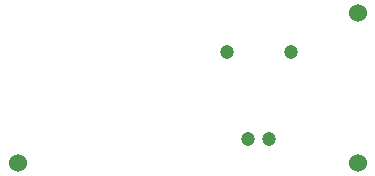
<source format=gbs>
G04 (created by PCBNEW (2013-mar-13)-stable) date Tue 09 Jun 2015 10:24:56 AM CEST*
%MOIN*%
G04 Gerber Fmt 3.4, Leading zero omitted, Abs format*
%FSLAX34Y34*%
G01*
G70*
G90*
G04 APERTURE LIST*
%ADD10C,0.005906*%
%ADD11C,0.060000*%
%ADD12C,0.047200*%
G04 APERTURE END LIST*
G54D10*
G54D11*
X61171Y-44763D03*
X49852Y-44763D03*
G54D12*
X56816Y-41080D03*
G54D11*
X61172Y-39763D03*
G54D12*
X58940Y-41080D03*
X57528Y-43974D03*
X58230Y-43974D03*
M02*

</source>
